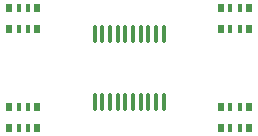
<source format=gbr>
%TF.GenerationSoftware,KiCad,Pcbnew,8.0.4*%
%TF.CreationDate,2024-09-13T11:56:01+01:00*%
%TF.ProjectId,MkI,4d6b492e-6b69-4636-9164-5f7063625858,rev?*%
%TF.SameCoordinates,Original*%
%TF.FileFunction,Paste,Top*%
%TF.FilePolarity,Positive*%
%FSLAX46Y46*%
G04 Gerber Fmt 4.6, Leading zero omitted, Abs format (unit mm)*
G04 Created by KiCad (PCBNEW 8.0.4) date 2024-09-13 11:56:01*
%MOMM*%
%LPD*%
G01*
G04 APERTURE LIST*
G04 Aperture macros list*
%AMRoundRect*
0 Rectangle with rounded corners*
0 $1 Rounding radius*
0 $2 $3 $4 $5 $6 $7 $8 $9 X,Y pos of 4 corners*
0 Add a 4 corners polygon primitive as box body*
4,1,4,$2,$3,$4,$5,$6,$7,$8,$9,$2,$3,0*
0 Add four circle primitives for the rounded corners*
1,1,$1+$1,$2,$3*
1,1,$1+$1,$4,$5*
1,1,$1+$1,$6,$7*
1,1,$1+$1,$8,$9*
0 Add four rect primitives between the rounded corners*
20,1,$1+$1,$2,$3,$4,$5,0*
20,1,$1+$1,$4,$5,$6,$7,0*
20,1,$1+$1,$6,$7,$8,$9,0*
20,1,$1+$1,$8,$9,$2,$3,0*%
G04 Aperture macros list end*
%ADD10RoundRect,0.100000X-0.100000X0.637500X-0.100000X-0.637500X0.100000X-0.637500X0.100000X0.637500X0*%
%ADD11R,0.500000X0.800000*%
%ADD12R,0.400000X0.800000*%
G04 APERTURE END LIST*
D10*
%TO.C,U1*%
X101350000Y-89857500D03*
X100700000Y-89857500D03*
X100050000Y-89857500D03*
X99400000Y-89857500D03*
X98750000Y-89857500D03*
X98100000Y-89857500D03*
X97450000Y-89857500D03*
X96800000Y-89857500D03*
X96150000Y-89857500D03*
X95500000Y-89857500D03*
X95500000Y-84132500D03*
X96150000Y-84132500D03*
X96800000Y-84132500D03*
X97450000Y-84132500D03*
X98100000Y-84132500D03*
X98750000Y-84132500D03*
X99400000Y-84132500D03*
X100050000Y-84132500D03*
X100700000Y-84132500D03*
X101350000Y-84132500D03*
%TD*%
D11*
%TO.C,RN2*%
X106185000Y-90275000D03*
D12*
X106985000Y-90275000D03*
X107785000Y-90275000D03*
D11*
X108585000Y-90275000D03*
X108585000Y-92075000D03*
D12*
X107785000Y-92075000D03*
X106985000Y-92075000D03*
D11*
X106185000Y-92075000D03*
%TD*%
%TO.C,RN1*%
X88265000Y-90275000D03*
D12*
X89065000Y-90275000D03*
X89865000Y-90275000D03*
D11*
X90665000Y-90275000D03*
X90665000Y-92075000D03*
D12*
X89865000Y-92075000D03*
X89065000Y-92075000D03*
D11*
X88265000Y-92075000D03*
%TD*%
%TO.C,RN4*%
X106185000Y-81915000D03*
D12*
X106985000Y-81915000D03*
X107785000Y-81915000D03*
D11*
X108585000Y-81915000D03*
X108585000Y-83715000D03*
D12*
X107785000Y-83715000D03*
X106985000Y-83715000D03*
D11*
X106185000Y-83715000D03*
%TD*%
%TO.C,RN3*%
X88265000Y-81915000D03*
D12*
X89065000Y-81915000D03*
X89865000Y-81915000D03*
D11*
X90665000Y-81915000D03*
X90665000Y-83715000D03*
D12*
X89865000Y-83715000D03*
X89065000Y-83715000D03*
D11*
X88265000Y-83715000D03*
%TD*%
M02*

</source>
